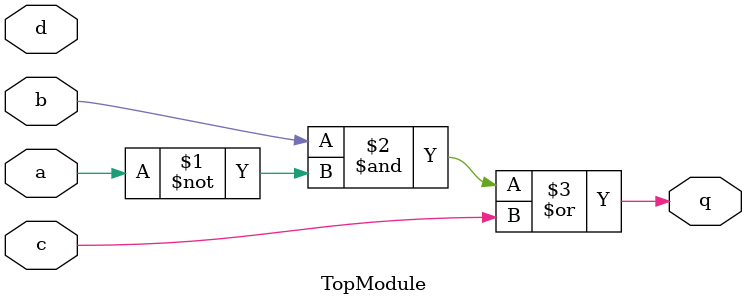
<source format=sv>
module TopModule(
    input  a,
    input  b,
    input  c,
    input  d,
    output logic q
);

    assign q = (b & ~a) | c;

endmodule
</source>
